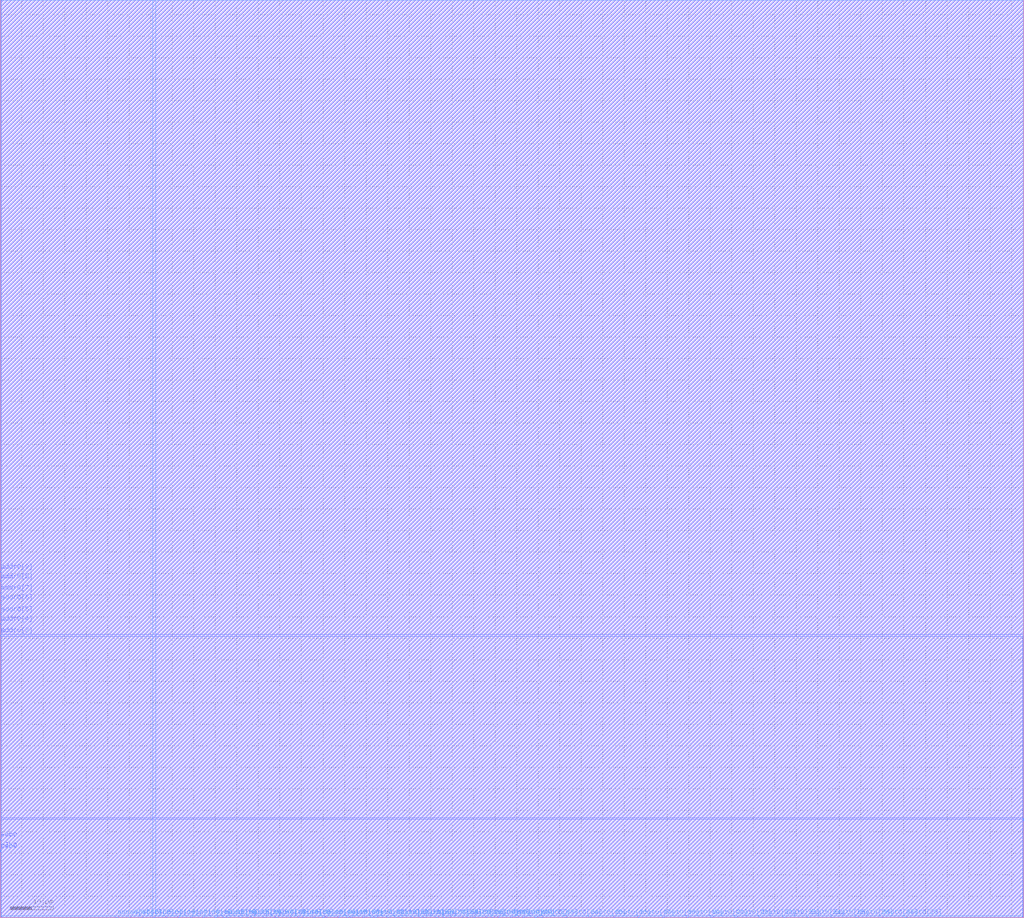
<source format=lef>
VERSION 5.4 ;
NAMESCASESENSITIVE ON ;
BUSBITCHARS "[]" ;
DIVIDERCHAR "/" ;
UNITS
  DATABASE MICRONS 2000 ;
END UNITS
MACRO sram_1rw0r0w_32_1024_freepdk45
   CLASS BLOCK ;
   SIZE 237.8625 BY 213.4275 ;
   SYMMETRY X Y R90 ;
   PIN din0[0]
      DIRECTION INPUT ;
      PORT
         LAYER metal4 ;
         RECT  35.705 0.0 35.845 0.14 ;
      END
   END din0[0]
   PIN din0[1]
      DIRECTION INPUT ;
      PORT
         LAYER metal4 ;
         RECT  38.565 0.0 38.705 0.14 ;
      END
   END din0[1]
   PIN din0[2]
      DIRECTION INPUT ;
      PORT
         LAYER metal4 ;
         RECT  41.425 0.0 41.565 0.14 ;
      END
   END din0[2]
   PIN din0[3]
      DIRECTION INPUT ;
      PORT
         LAYER metal4 ;
         RECT  44.285 0.0 44.425 0.14 ;
      END
   END din0[3]
   PIN din0[4]
      DIRECTION INPUT ;
      PORT
         LAYER metal4 ;
         RECT  47.145 0.0 47.285 0.14 ;
      END
   END din0[4]
   PIN din0[5]
      DIRECTION INPUT ;
      PORT
         LAYER metal4 ;
         RECT  50.005 0.0 50.145 0.14 ;
      END
   END din0[5]
   PIN din0[6]
      DIRECTION INPUT ;
      PORT
         LAYER metal4 ;
         RECT  52.865 0.0 53.005 0.14 ;
      END
   END din0[6]
   PIN din0[7]
      DIRECTION INPUT ;
      PORT
         LAYER metal4 ;
         RECT  55.725 0.0 55.865 0.14 ;
      END
   END din0[7]
   PIN din0[8]
      DIRECTION INPUT ;
      PORT
         LAYER metal4 ;
         RECT  58.585 0.0 58.725 0.14 ;
      END
   END din0[8]
   PIN din0[9]
      DIRECTION INPUT ;
      PORT
         LAYER metal4 ;
         RECT  61.445 0.0 61.585 0.14 ;
      END
   END din0[9]
   PIN din0[10]
      DIRECTION INPUT ;
      PORT
         LAYER metal4 ;
         RECT  64.305 0.0 64.445 0.14 ;
      END
   END din0[10]
   PIN din0[11]
      DIRECTION INPUT ;
      PORT
         LAYER metal4 ;
         RECT  67.165 0.0 67.305 0.14 ;
      END
   END din0[11]
   PIN din0[12]
      DIRECTION INPUT ;
      PORT
         LAYER metal4 ;
         RECT  70.025 0.0 70.165 0.14 ;
      END
   END din0[12]
   PIN din0[13]
      DIRECTION INPUT ;
      PORT
         LAYER metal4 ;
         RECT  72.885 0.0 73.025 0.14 ;
      END
   END din0[13]
   PIN din0[14]
      DIRECTION INPUT ;
      PORT
         LAYER metal4 ;
         RECT  75.745 0.0 75.885 0.14 ;
      END
   END din0[14]
   PIN din0[15]
      DIRECTION INPUT ;
      PORT
         LAYER metal4 ;
         RECT  78.605 0.0 78.745 0.14 ;
      END
   END din0[15]
   PIN din0[16]
      DIRECTION INPUT ;
      PORT
         LAYER metal4 ;
         RECT  81.465 0.0 81.605 0.14 ;
      END
   END din0[16]
   PIN din0[17]
      DIRECTION INPUT ;
      PORT
         LAYER metal4 ;
         RECT  84.325 0.0 84.465 0.14 ;
      END
   END din0[17]
   PIN din0[18]
      DIRECTION INPUT ;
      PORT
         LAYER metal4 ;
         RECT  87.185 0.0 87.325 0.14 ;
      END
   END din0[18]
   PIN din0[19]
      DIRECTION INPUT ;
      PORT
         LAYER metal4 ;
         RECT  90.045 0.0 90.185 0.14 ;
      END
   END din0[19]
   PIN din0[20]
      DIRECTION INPUT ;
      PORT
         LAYER metal4 ;
         RECT  92.905 0.0 93.045 0.14 ;
      END
   END din0[20]
   PIN din0[21]
      DIRECTION INPUT ;
      PORT
         LAYER metal4 ;
         RECT  95.765 0.0 95.905 0.14 ;
      END
   END din0[21]
   PIN din0[22]
      DIRECTION INPUT ;
      PORT
         LAYER metal4 ;
         RECT  98.625 0.0 98.765 0.14 ;
      END
   END din0[22]
   PIN din0[23]
      DIRECTION INPUT ;
      PORT
         LAYER metal4 ;
         RECT  101.485 0.0 101.625 0.14 ;
      END
   END din0[23]
   PIN din0[24]
      DIRECTION INPUT ;
      PORT
         LAYER metal4 ;
         RECT  104.345 0.0 104.485 0.14 ;
      END
   END din0[24]
   PIN din0[25]
      DIRECTION INPUT ;
      PORT
         LAYER metal4 ;
         RECT  107.205 0.0 107.345 0.14 ;
      END
   END din0[25]
   PIN din0[26]
      DIRECTION INPUT ;
      PORT
         LAYER metal4 ;
         RECT  110.065 0.0 110.205 0.14 ;
      END
   END din0[26]
   PIN din0[27]
      DIRECTION INPUT ;
      PORT
         LAYER metal4 ;
         RECT  112.925 0.0 113.065 0.14 ;
      END
   END din0[27]
   PIN din0[28]
      DIRECTION INPUT ;
      PORT
         LAYER metal4 ;
         RECT  115.785 0.0 115.925 0.14 ;
      END
   END din0[28]
   PIN din0[29]
      DIRECTION INPUT ;
      PORT
         LAYER metal4 ;
         RECT  118.645 0.0 118.785 0.14 ;
      END
   END din0[29]
   PIN din0[30]
      DIRECTION INPUT ;
      PORT
         LAYER metal4 ;
         RECT  121.505 0.0 121.645 0.14 ;
      END
   END din0[30]
   PIN din0[31]
      DIRECTION INPUT ;
      PORT
         LAYER metal4 ;
         RECT  124.365 0.0 124.505 0.14 ;
      END
   END din0[31]
   PIN addr0[0]
      DIRECTION INPUT ;
      PORT
         LAYER metal4 ;
         RECT  27.125 0.0 27.265 0.14 ;
      END
   END addr0[0]
   PIN addr0[1]
      DIRECTION INPUT ;
      PORT
         LAYER metal4 ;
         RECT  29.985 0.0 30.125 0.14 ;
      END
   END addr0[1]
   PIN addr0[2]
      DIRECTION INPUT ;
      PORT
         LAYER metal4 ;
         RECT  32.845 0.0 32.985 0.14 ;
      END
   END addr0[2]
   PIN addr0[3]
      DIRECTION INPUT ;
      PORT
         LAYER metal3 ;
         RECT  0.0 65.55 0.14 65.69 ;
      END
   END addr0[3]
   PIN addr0[4]
      DIRECTION INPUT ;
      PORT
         LAYER metal3 ;
         RECT  0.0 68.28 0.14 68.42 ;
      END
   END addr0[4]
   PIN addr0[5]
      DIRECTION INPUT ;
      PORT
         LAYER metal3 ;
         RECT  0.0 70.49 0.14 70.63 ;
      END
   END addr0[5]
   PIN addr0[6]
      DIRECTION INPUT ;
      PORT
         LAYER metal3 ;
         RECT  0.0 73.22 0.14 73.36 ;
      END
   END addr0[6]
   PIN addr0[7]
      DIRECTION INPUT ;
      PORT
         LAYER metal3 ;
         RECT  0.0 75.43 0.14 75.57 ;
      END
   END addr0[7]
   PIN addr0[8]
      DIRECTION INPUT ;
      PORT
         LAYER metal3 ;
         RECT  0.0 78.16 0.14 78.3 ;
      END
   END addr0[8]
   PIN addr0[9]
      DIRECTION INPUT ;
      PORT
         LAYER metal3 ;
         RECT  0.0 80.37 0.14 80.51 ;
      END
   END addr0[9]
   PIN csb0
      DIRECTION INPUT ;
      PORT
         LAYER metal3 ;
         RECT  0.0 15.37 0.14 15.51 ;
      END
   END csb0
   PIN web0
      DIRECTION INPUT ;
      PORT
         LAYER metal3 ;
         RECT  0.0 18.1 0.14 18.24 ;
      END
   END web0
   PIN clk0
      DIRECTION INPUT ;
      PORT
         LAYER metal3 ;
         RECT  0.0 15.605 0.14 15.745 ;
      END
   END clk0
   PIN dout0[0]
      DIRECTION OUTPUT ;
      PORT
         LAYER metal4 ;
         RECT  52.1075 0.0 52.2475 0.14 ;
      END
   END dout0[0]
   PIN dout0[1]
      DIRECTION OUTPUT ;
      PORT
         LAYER metal4 ;
         RECT  57.8275 0.0 57.9675 0.14 ;
      END
   END dout0[1]
   PIN dout0[2]
      DIRECTION OUTPUT ;
      PORT
         LAYER metal4 ;
         RECT  63.47 0.0 63.61 0.14 ;
      END
   END dout0[2]
   PIN dout0[3]
      DIRECTION OUTPUT ;
      PORT
         LAYER metal4 ;
         RECT  69.2675 0.0 69.4075 0.14 ;
      END
   END dout0[3]
   PIN dout0[4]
      DIRECTION OUTPUT ;
      PORT
         LAYER metal4 ;
         RECT  74.985 0.0 75.125 0.14 ;
      END
   END dout0[4]
   PIN dout0[5]
      DIRECTION OUTPUT ;
      PORT
         LAYER metal4 ;
         RECT  80.625 0.0 80.765 0.14 ;
      END
   END dout0[5]
   PIN dout0[6]
      DIRECTION OUTPUT ;
      PORT
         LAYER metal4 ;
         RECT  86.265 0.0 86.405 0.14 ;
      END
   END dout0[6]
   PIN dout0[7]
      DIRECTION OUTPUT ;
      PORT
         LAYER metal4 ;
         RECT  91.905 0.0 92.045 0.14 ;
      END
   END dout0[7]
   PIN dout0[8]
      DIRECTION OUTPUT ;
      PORT
         LAYER metal4 ;
         RECT  97.545 0.0 97.685 0.14 ;
      END
   END dout0[8]
   PIN dout0[9]
      DIRECTION OUTPUT ;
      PORT
         LAYER metal4 ;
         RECT  103.185 0.0 103.325 0.14 ;
      END
   END dout0[9]
   PIN dout0[10]
      DIRECTION OUTPUT ;
      PORT
         LAYER metal4 ;
         RECT  108.825 0.0 108.965 0.14 ;
      END
   END dout0[10]
   PIN dout0[11]
      DIRECTION OUTPUT ;
      PORT
         LAYER metal4 ;
         RECT  114.465 0.0 114.605 0.14 ;
      END
   END dout0[11]
   PIN dout0[12]
      DIRECTION OUTPUT ;
      PORT
         LAYER metal4 ;
         RECT  120.105 0.0 120.245 0.14 ;
      END
   END dout0[12]
   PIN dout0[13]
      DIRECTION OUTPUT ;
      PORT
         LAYER metal4 ;
         RECT  125.745 0.0 125.885 0.14 ;
      END
   END dout0[13]
   PIN dout0[14]
      DIRECTION OUTPUT ;
      PORT
         LAYER metal4 ;
         RECT  131.385 0.0 131.525 0.14 ;
      END
   END dout0[14]
   PIN dout0[15]
      DIRECTION OUTPUT ;
      PORT
         LAYER metal4 ;
         RECT  137.025 0.0 137.165 0.14 ;
      END
   END dout0[15]
   PIN dout0[16]
      DIRECTION OUTPUT ;
      PORT
         LAYER metal4 ;
         RECT  142.665 0.0 142.805 0.14 ;
      END
   END dout0[16]
   PIN dout0[17]
      DIRECTION OUTPUT ;
      PORT
         LAYER metal4 ;
         RECT  148.305 0.0 148.445 0.14 ;
      END
   END dout0[17]
   PIN dout0[18]
      DIRECTION OUTPUT ;
      PORT
         LAYER metal4 ;
         RECT  153.945 0.0 154.085 0.14 ;
      END
   END dout0[18]
   PIN dout0[19]
      DIRECTION OUTPUT ;
      PORT
         LAYER metal4 ;
         RECT  159.585 0.0 159.725 0.14 ;
      END
   END dout0[19]
   PIN dout0[20]
      DIRECTION OUTPUT ;
      PORT
         LAYER metal4 ;
         RECT  165.225 0.0 165.365 0.14 ;
      END
   END dout0[20]
   PIN dout0[21]
      DIRECTION OUTPUT ;
      PORT
         LAYER metal4 ;
         RECT  170.865 0.0 171.005 0.14 ;
      END
   END dout0[21]
   PIN dout0[22]
      DIRECTION OUTPUT ;
      PORT
         LAYER metal4 ;
         RECT  176.505 0.0 176.645 0.14 ;
      END
   END dout0[22]
   PIN dout0[23]
      DIRECTION OUTPUT ;
      PORT
         LAYER metal4 ;
         RECT  182.145 0.0 182.285 0.14 ;
      END
   END dout0[23]
   PIN dout0[24]
      DIRECTION OUTPUT ;
      PORT
         LAYER metal4 ;
         RECT  187.785 0.0 187.925 0.14 ;
      END
   END dout0[24]
   PIN dout0[25]
      DIRECTION OUTPUT ;
      PORT
         LAYER metal4 ;
         RECT  193.425 0.0 193.565 0.14 ;
      END
   END dout0[25]
   PIN dout0[26]
      DIRECTION OUTPUT ;
      PORT
         LAYER metal4 ;
         RECT  199.065 0.0 199.205 0.14 ;
      END
   END dout0[26]
   PIN dout0[27]
      DIRECTION OUTPUT ;
      PORT
         LAYER metal4 ;
         RECT  204.705 0.0 204.845 0.14 ;
      END
   END dout0[27]
   PIN dout0[28]
      DIRECTION OUTPUT ;
      PORT
         LAYER metal4 ;
         RECT  210.345 0.0 210.485 0.14 ;
      END
   END dout0[28]
   PIN dout0[29]
      DIRECTION OUTPUT ;
      PORT
         LAYER metal3 ;
         RECT  237.7225 23.0125 237.8625 23.1525 ;
      END
   END dout0[29]
   PIN dout0[30]
      DIRECTION OUTPUT ;
      PORT
         LAYER metal3 ;
         RECT  237.7225 22.5425 237.8625 22.6825 ;
      END
   END dout0[30]
   PIN dout0[31]
      DIRECTION OUTPUT ;
      PORT
         LAYER metal3 ;
         RECT  237.7225 22.7775 237.8625 22.9175 ;
      END
   END dout0[31]
   PIN vdd
      DIRECTION INOUT ;
      USE POWER ; 
      SHAPE ABUTMENT ; 
      PORT
      END
   END vdd
   PIN gnd
      DIRECTION INOUT ;
      USE GROUND ; 
      SHAPE ABUTMENT ; 
      PORT
      END
   END gnd
   OBS
   LAYER  metal1 ;
      RECT  0.14 0.14 237.7225 213.2875 ;
   LAYER  metal2 ;
      RECT  0.14 0.14 237.7225 213.2875 ;
   LAYER  metal3 ;
      RECT  0.28 65.41 237.7225 65.83 ;
      RECT  0.28 65.83 237.7225 213.2875 ;
      RECT  0.14 65.83 0.28 68.14 ;
      RECT  0.14 68.56 0.28 70.35 ;
      RECT  0.14 70.77 0.28 73.08 ;
      RECT  0.14 73.5 0.28 75.29 ;
      RECT  0.14 75.71 0.28 78.02 ;
      RECT  0.14 78.44 0.28 80.23 ;
      RECT  0.14 80.65 0.28 213.2875 ;
      RECT  0.14 0.14 0.28 15.23 ;
      RECT  0.14 18.38 0.28 65.41 ;
      RECT  0.14 15.885 0.28 17.96 ;
      RECT  0.28 0.14 237.5825 22.8725 ;
      RECT  0.28 22.8725 237.5825 23.2925 ;
      RECT  0.28 23.2925 237.5825 65.41 ;
      RECT  237.5825 23.2925 237.7225 65.41 ;
      RECT  237.5825 0.14 237.7225 22.4025 ;
   LAYER  metal4 ;
      RECT  0.14 0.42 35.425 213.2875 ;
      RECT  35.425 0.42 36.125 213.2875 ;
      RECT  36.125 0.42 237.7225 213.2875 ;
      RECT  36.125 0.14 38.285 0.42 ;
      RECT  38.985 0.14 41.145 0.42 ;
      RECT  41.845 0.14 44.005 0.42 ;
      RECT  44.705 0.14 46.865 0.42 ;
      RECT  47.565 0.14 49.725 0.42 ;
      RECT  53.285 0.14 55.445 0.42 ;
      RECT  59.005 0.14 61.165 0.42 ;
      RECT  64.725 0.14 66.885 0.42 ;
      RECT  70.445 0.14 72.605 0.42 ;
      RECT  76.165 0.14 78.325 0.42 ;
      RECT  81.885 0.14 84.045 0.42 ;
      RECT  87.605 0.14 89.765 0.42 ;
      RECT  93.325 0.14 95.485 0.42 ;
      RECT  99.045 0.14 101.205 0.42 ;
      RECT  104.765 0.14 106.925 0.42 ;
      RECT  110.485 0.14 112.645 0.42 ;
      RECT  116.205 0.14 118.365 0.42 ;
      RECT  121.925 0.14 124.085 0.42 ;
      RECT  0.14 0.14 26.845 0.42 ;
      RECT  27.545 0.14 29.705 0.42 ;
      RECT  30.405 0.14 32.565 0.42 ;
      RECT  33.265 0.14 35.425 0.42 ;
      RECT  50.425 0.14 51.8275 0.42 ;
      RECT  52.5275 0.14 52.585 0.42 ;
      RECT  56.145 0.14 57.5475 0.42 ;
      RECT  58.2475 0.14 58.305 0.42 ;
      RECT  61.865 0.14 63.19 0.42 ;
      RECT  63.89 0.14 64.025 0.42 ;
      RECT  67.585 0.14 68.9875 0.42 ;
      RECT  69.6875 0.14 69.745 0.42 ;
      RECT  73.305 0.14 74.705 0.42 ;
      RECT  75.405 0.14 75.465 0.42 ;
      RECT  79.025 0.14 80.345 0.42 ;
      RECT  81.045 0.14 81.185 0.42 ;
      RECT  84.745 0.14 85.985 0.42 ;
      RECT  86.685 0.14 86.905 0.42 ;
      RECT  90.465 0.14 91.625 0.42 ;
      RECT  92.325 0.14 92.625 0.42 ;
      RECT  96.185 0.14 97.265 0.42 ;
      RECT  97.965 0.14 98.345 0.42 ;
      RECT  101.905 0.14 102.905 0.42 ;
      RECT  103.605 0.14 104.065 0.42 ;
      RECT  107.625 0.14 108.545 0.42 ;
      RECT  109.245 0.14 109.785 0.42 ;
      RECT  113.345 0.14 114.185 0.42 ;
      RECT  114.885 0.14 115.505 0.42 ;
      RECT  119.065 0.14 119.825 0.42 ;
      RECT  120.525 0.14 121.225 0.42 ;
      RECT  124.785 0.14 125.465 0.42 ;
      RECT  126.165 0.14 131.105 0.42 ;
      RECT  131.805 0.14 136.745 0.42 ;
      RECT  137.445 0.14 142.385 0.42 ;
      RECT  143.085 0.14 148.025 0.42 ;
      RECT  148.725 0.14 153.665 0.42 ;
      RECT  154.365 0.14 159.305 0.42 ;
      RECT  160.005 0.14 164.945 0.42 ;
      RECT  165.645 0.14 170.585 0.42 ;
      RECT  171.285 0.14 176.225 0.42 ;
      RECT  176.925 0.14 181.865 0.42 ;
      RECT  182.565 0.14 187.505 0.42 ;
      RECT  188.205 0.14 193.145 0.42 ;
      RECT  193.845 0.14 198.785 0.42 ;
      RECT  199.485 0.14 204.425 0.42 ;
      RECT  205.125 0.14 210.065 0.42 ;
      RECT  210.765 0.14 237.7225 0.42 ;
   END
END    sram_1rw0r0w_32_1024_freepdk45
END    LIBRARY

</source>
